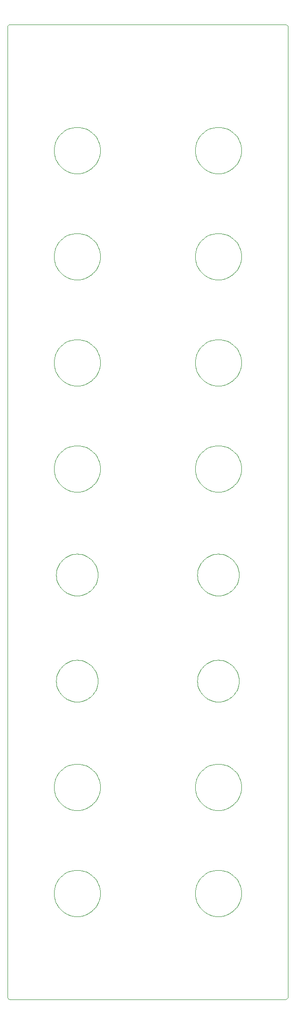
<source format=gm1>
%TF.GenerationSoftware,KiCad,Pcbnew,(6.0.6-0)*%
%TF.CreationDate,2022-09-04T11:20:12+01:00*%
%TF.ProjectId,4u-variable-integrator-panel,34752d76-6172-4696-9162-6c652d696e74,r02*%
%TF.SameCoordinates,Original*%
%TF.FileFunction,Profile,NP*%
%FSLAX46Y46*%
G04 Gerber Fmt 4.6, Leading zero omitted, Abs format (unit mm)*
G04 Created by KiCad (PCBNEW (6.0.6-0)) date 2022-09-04 11:20:12*
%MOMM*%
%LPD*%
G01*
G04 APERTURE LIST*
%TA.AperFunction,Profile*%
%ADD10C,0.100000*%
%TD*%
G04 APERTURE END LIST*
D10*
%TO.C,Ref\u002A\u002A*%
X66100228Y-155978000D02*
X66340908Y-155657000D01*
X94949938Y-181515000D02*
X94526638Y-181493000D01*
X71528438Y-181009000D02*
X71164638Y-181186000D01*
X67227938Y-66499600D02*
X66906928Y-66258900D01*
X73385538Y-61435300D02*
X73526438Y-61817200D01*
X68439938Y-142830000D02*
X68096138Y-142703000D01*
X73526438Y-176117000D02*
X73629738Y-176515000D01*
X73385538Y-83714700D02*
X73209238Y-84078400D01*
X97040438Y-117094100D02*
X97329438Y-117310800D01*
X99093338Y-81676600D02*
X99115038Y-82099900D01*
X98785538Y-102764700D02*
X98609238Y-103128400D01*
X91655338Y-118418600D02*
X91844038Y-118109400D01*
X93717038Y-47976400D02*
X93335138Y-47835500D01*
X90806538Y-62626600D02*
X90870138Y-62215000D01*
X67935138Y-104985500D02*
X67571438Y-104809200D01*
X69126638Y-105293300D02*
X68714938Y-105229700D01*
X71929438Y-117310800D02*
X72196338Y-117553500D01*
X91500238Y-179672000D02*
X91290638Y-179328000D01*
X92306938Y-155091000D02*
X92627938Y-154850000D01*
X72192938Y-104358900D02*
X71871938Y-104599600D01*
X65890648Y-103128400D02*
X65714318Y-102764700D01*
X107100138Y-21410233D02*
X107193738Y-21439551D01*
X69549938Y-105315000D02*
X69126638Y-105293300D01*
X96564638Y-173515000D02*
X96928438Y-173691000D01*
X93168638Y-135955000D02*
X93496138Y-135797000D01*
X97839038Y-117820400D02*
X98055738Y-118109400D01*
X73223138Y-119448200D02*
X73280338Y-119818800D01*
X66096628Y-137796000D02*
X66255378Y-137469000D01*
X66906928Y-47208900D02*
X66610528Y-46939300D01*
X66340908Y-103792900D02*
X66100228Y-103471900D01*
X97592938Y-161509000D02*
X97271938Y-161750000D01*
X72196338Y-136604000D02*
X72439038Y-136870000D01*
X72758938Y-174707000D02*
X72999638Y-175028000D01*
X70782738Y-59073700D02*
X71164638Y-59214600D01*
X97271938Y-78650500D02*
X97592938Y-78891100D01*
X90784838Y-177350000D02*
X90784838Y-177350000D01*
X96059838Y-142830000D02*
X95701638Y-142923000D01*
X97592938Y-40791100D02*
X97889338Y-41060800D01*
X91114338Y-45614700D02*
X90973438Y-45232800D01*
X99029738Y-159135000D02*
X98926438Y-159533000D01*
X107460338Y-196094000D02*
X107414038Y-196179000D01*
X94568838Y-123931000D02*
X94198138Y-123873000D01*
X98158938Y-46642900D02*
X97889338Y-46939300D01*
X71528438Y-59390900D02*
X71871938Y-59600500D01*
X92060738Y-122580000D02*
X91844038Y-122291000D01*
X67571438Y-85759200D02*
X67227938Y-85549600D01*
X67768638Y-123495000D02*
X67459438Y-123306000D01*
X94526638Y-162443000D02*
X94114938Y-162380000D01*
X66903528Y-136604000D02*
X67170338Y-136361000D01*
X96059838Y-123780000D02*
X95701638Y-123873000D01*
X91199938Y-120199900D02*
X91219538Y-119818800D01*
X69973238Y-154157000D02*
X70384938Y-154220000D01*
X107278638Y-196314000D02*
X107193738Y-196360000D01*
X65470098Y-176515000D02*
X65573418Y-176117000D01*
X98609238Y-99171600D02*
X98785538Y-99535300D01*
X73209238Y-42021600D02*
X73385538Y-42385300D01*
X69126638Y-86243300D02*
X68714938Y-86179700D01*
X57010171Y-21799800D02*
X57039489Y-21706177D01*
X98785538Y-99535300D02*
X98926438Y-99917200D01*
X71528438Y-66709200D02*
X71164638Y-66885500D01*
X98785538Y-64664700D02*
X98609238Y-65028400D01*
X99115038Y-101149900D02*
X99093338Y-101573200D01*
X67227938Y-173900000D02*
X67571438Y-173691000D01*
X97592938Y-78891100D02*
X97889338Y-79160800D01*
X73385538Y-99535300D02*
X73526438Y-99917200D01*
X65384848Y-63049900D02*
X65384848Y-63049900D01*
X73385538Y-42385300D02*
X73526438Y-42767200D01*
X65969758Y-119090000D02*
X66096628Y-118746100D01*
X90784838Y-101149900D02*
X90784838Y-101149900D01*
X98926438Y-42767200D02*
X99029738Y-43165000D01*
X98609238Y-80121600D02*
X98785538Y-80485300D01*
X69973238Y-162443000D02*
X69549938Y-162465000D01*
X66100228Y-84421900D02*
X65890648Y-84078400D01*
X73209238Y-84078400D02*
X72999638Y-84421900D01*
X93335138Y-59214600D02*
X93717038Y-59073700D01*
X90806538Y-158723000D02*
X90784838Y-158300000D01*
X98609238Y-61071600D02*
X98785538Y-61435300D01*
X72999638Y-60728100D02*
X73209238Y-61071600D01*
X69549938Y-58885100D02*
X69973238Y-58906800D01*
X69126638Y-77956800D02*
X69549938Y-77935100D01*
X99115038Y-63049900D02*
X99093338Y-63473200D01*
X69549938Y-154135000D02*
X69973238Y-154157000D01*
X69931038Y-123931000D02*
X69549938Y-123950000D01*
X72439038Y-136870000D02*
X72655738Y-137159000D01*
X72196338Y-122847000D02*
X71929438Y-123089000D01*
X66340908Y-160943000D02*
X66100228Y-160622000D01*
X96182738Y-173374000D02*
X96564638Y-173515000D01*
X57039489Y-196094000D02*
X57010171Y-196000000D01*
X96564638Y-47835500D02*
X96182738Y-47976400D01*
X99093338Y-100726600D02*
X99115038Y-101149900D01*
X95784938Y-39920400D02*
X96182738Y-40023700D01*
X73003238Y-121654000D02*
X72844438Y-121981000D01*
X106999838Y-21400000D02*
X107100138Y-21410233D01*
X66906928Y-180559000D02*
X66610528Y-180289000D01*
X91114338Y-102764700D02*
X90973438Y-102382800D01*
X94949938Y-162465000D02*
X94526638Y-162443000D01*
X69973238Y-39856800D02*
X70384938Y-39920400D01*
X107352738Y-21547141D02*
X107414038Y-21621266D01*
X90806538Y-82523200D02*
X90784838Y-82099900D01*
X66100228Y-46321900D02*
X65890648Y-45978400D01*
X65890648Y-80121600D02*
X66100228Y-79778100D01*
X91369738Y-121310000D02*
X91276738Y-120951800D01*
X65384848Y-177350000D02*
X65384848Y-177350000D01*
X72655738Y-118109400D02*
X72844438Y-118418600D01*
X91740938Y-65692900D02*
X91500238Y-65371900D01*
X72192938Y-161509000D02*
X71871938Y-161750000D01*
X72999638Y-46321900D02*
X72758938Y-46642900D01*
X66610528Y-155361000D02*
X66906928Y-155091000D01*
X94568838Y-116469500D02*
X94949938Y-116450000D01*
X91740938Y-41357100D02*
X92010538Y-41060800D01*
X99029738Y-44834900D02*
X98926438Y-45232800D01*
X98926438Y-64282800D02*
X98785538Y-64664700D01*
X67935138Y-181186000D02*
X67571438Y-181009000D01*
X94526638Y-67193300D02*
X94114938Y-67129700D01*
X96403738Y-116746600D02*
X96731238Y-116905400D01*
X65890648Y-160278000D02*
X65714318Y-159915000D01*
X94198138Y-135577000D02*
X94568838Y-135519000D01*
X65406518Y-82523200D02*
X65384848Y-82099900D01*
X93335138Y-104985500D02*
X92971438Y-104809200D01*
X66610528Y-60110800D02*
X66906928Y-59841100D01*
X106999838Y-196400000D02*
X57500000Y-196400000D01*
X68798138Y-116526700D02*
X69168838Y-116469500D01*
X96564638Y-85935500D02*
X96182738Y-86076400D01*
X94114938Y-78020400D02*
X94526638Y-77956800D01*
X73693338Y-101573200D02*
X73629738Y-101984900D01*
X97889338Y-155361000D02*
X98158938Y-155657000D01*
X91500238Y-65371900D02*
X91290638Y-65028400D01*
X65384848Y-82099900D02*
X65384848Y-82099900D01*
X93335138Y-66885500D02*
X92971438Y-66709200D01*
X66444078Y-141341000D02*
X66255378Y-141031000D01*
X92306938Y-104358900D02*
X92010538Y-104089300D01*
X92627938Y-78650500D02*
X92971438Y-78440900D01*
X91199938Y-120199900D02*
X91199938Y-120199900D01*
X65819488Y-139631000D02*
X65799978Y-139250000D01*
X93717038Y-105126400D02*
X93335138Y-104985500D01*
X65714318Y-83714700D02*
X65573418Y-83332800D01*
X68714938Y-162380000D02*
X68317038Y-162276000D01*
X94526638Y-105293300D02*
X94114938Y-105229700D01*
X94114938Y-154220000D02*
X94526638Y-154157000D01*
X69126638Y-162443000D02*
X68714938Y-162380000D01*
X72192938Y-66258900D02*
X71871938Y-66499600D01*
X71871938Y-104599600D02*
X71528438Y-104809200D01*
X91500238Y-79778100D02*
X91740938Y-79457100D01*
X96564638Y-66885500D02*
X96182738Y-67026400D01*
X97271938Y-180800000D02*
X96928438Y-181009000D01*
X66100228Y-179672000D02*
X65890648Y-179328000D01*
X92971438Y-104809200D02*
X92627938Y-104599600D01*
X95784938Y-86179700D02*
X95373238Y-86243300D01*
X73385538Y-45614700D02*
X73209238Y-45978400D01*
X72489338Y-85039300D02*
X72192938Y-85308900D01*
X66444078Y-118109400D02*
X66660768Y-117820400D01*
X66906928Y-104358900D02*
X66610528Y-104089300D01*
X68317038Y-40023700D02*
X68714938Y-39920400D01*
X69126638Y-97006800D02*
X69549938Y-96985100D01*
X95784938Y-181430000D02*
X95373238Y-181493000D01*
X95373238Y-162443000D02*
X94949938Y-162465000D01*
X65714318Y-178965000D02*
X65573418Y-178583000D01*
X92971438Y-173691000D02*
X93335138Y-173515000D01*
X66096628Y-118746100D02*
X66255378Y-118418600D01*
X65573418Y-176117000D02*
X65714318Y-175735000D01*
X67571438Y-40340900D02*
X67935138Y-40164600D01*
X68714938Y-39920400D02*
X69126638Y-39856800D01*
X66100228Y-103471900D02*
X65890648Y-103128400D01*
X92306938Y-97941100D02*
X92627938Y-97700500D01*
X92010538Y-155361000D02*
X92306938Y-155091000D01*
X94949938Y-173185000D02*
X95373238Y-173207000D01*
X67935138Y-78264600D02*
X68317038Y-78123700D01*
X69549938Y-173185000D02*
X69973238Y-173207000D01*
X72844438Y-141031000D02*
X72655738Y-141341000D01*
X94568838Y-142981000D02*
X94198138Y-142923000D01*
X67935138Y-47835500D02*
X67571438Y-47659200D01*
X73526438Y-80867200D02*
X73629738Y-81265000D01*
X69973238Y-58906800D02*
X70384938Y-58970400D01*
X90973438Y-64282800D02*
X90870138Y-63884900D01*
X91844038Y-141341000D02*
X91655338Y-141031000D01*
X98785538Y-80485300D02*
X98926438Y-80867200D01*
X65384848Y-177350000D02*
X65406518Y-176927000D01*
X94949938Y-58885100D02*
X95373238Y-58906800D01*
X93717038Y-154324000D02*
X94114938Y-154220000D01*
X92306938Y-78891100D02*
X92627938Y-78650500D01*
X90870138Y-178185000D02*
X90806538Y-177773000D01*
X68439938Y-116619800D02*
X68798138Y-116526700D01*
X107489638Y-21799800D02*
X107499938Y-21900062D01*
X91290638Y-61071600D02*
X91500238Y-60728100D01*
X65714318Y-102764700D02*
X65573418Y-102382800D01*
X69973238Y-77956800D02*
X70384938Y-78020400D01*
X65714318Y-159915000D02*
X65573418Y-159533000D01*
X73385538Y-80485300D02*
X73526438Y-80867200D01*
X94949938Y-123950000D02*
X94568838Y-123931000D01*
X95784938Y-97070400D02*
X96182738Y-97173700D01*
X67227938Y-154850000D02*
X67571438Y-154641000D01*
X70782738Y-40023700D02*
X71164638Y-40164600D01*
X69168838Y-142981000D02*
X68798138Y-142923000D01*
X92306938Y-40791100D02*
X92627938Y-40550500D01*
X94114938Y-181430000D02*
X93717038Y-181326000D01*
X91290638Y-80121600D02*
X91500238Y-79778100D01*
X92306938Y-174141000D02*
X92627938Y-173900000D01*
X97596338Y-141897000D02*
X97329438Y-142139000D01*
X92971438Y-85759200D02*
X92627938Y-85549600D01*
X98403238Y-121654000D02*
X98244438Y-121981000D01*
X96059838Y-116619800D02*
X96403738Y-116746600D01*
X66100228Y-160622000D02*
X65890648Y-160278000D01*
X98158938Y-41357100D02*
X98399638Y-41678100D01*
X94526638Y-86243300D02*
X94114938Y-86179700D01*
X93168638Y-142545000D02*
X92859438Y-142356000D01*
X73715038Y-63049900D02*
X73693338Y-63473200D01*
X96731238Y-123495000D02*
X96403738Y-123653000D01*
X90784838Y-158300000D02*
X90806538Y-157877000D01*
X95373238Y-77956800D02*
X95784938Y-78020400D01*
X72489338Y-104089300D02*
X72192938Y-104358900D01*
X73209238Y-156322000D02*
X73385538Y-156685000D01*
X66610528Y-41060800D02*
X66906928Y-40791100D01*
X99115038Y-158300000D02*
X99093338Y-158723000D01*
X73693338Y-62626600D02*
X73715038Y-63049900D01*
X96928438Y-181009000D02*
X96564638Y-181186000D01*
X71871938Y-173900000D02*
X72192938Y-174141000D01*
X73385538Y-175735000D02*
X73526438Y-176117000D01*
X71640438Y-142356000D02*
X71331238Y-142545000D01*
X68317038Y-47976400D02*
X67935138Y-47835500D01*
X73385538Y-178965000D02*
X73209238Y-179328000D01*
X97596338Y-122847000D02*
X97329438Y-123089000D01*
X95373238Y-58906800D02*
X95784938Y-58970400D01*
X98926438Y-99917200D02*
X99029738Y-100315000D01*
X72192938Y-97941100D02*
X72489338Y-98210800D01*
X73526438Y-159533000D02*
X73385538Y-159915000D01*
X92627938Y-154850000D02*
X92971438Y-154641000D01*
X95373238Y-48143300D02*
X94949938Y-48165000D01*
X73693338Y-177773000D02*
X73629738Y-178185000D01*
X95701638Y-135577000D02*
X96059838Y-135670000D01*
X65384848Y-43999900D02*
X65406518Y-43576600D01*
X91290638Y-65028400D02*
X91114338Y-64664700D01*
X70384938Y-86179700D02*
X69973238Y-86243300D01*
X94198138Y-142923000D02*
X93839938Y-142830000D01*
X69126638Y-58906800D02*
X69549938Y-58885100D01*
X99029738Y-100315000D02*
X99093338Y-100726600D01*
X90784838Y-82099900D02*
X90806538Y-81676600D01*
X98399638Y-46321900D02*
X98158938Y-46642900D01*
X98244438Y-137469000D02*
X98403238Y-137796000D01*
X91114338Y-178965000D02*
X90973438Y-178583000D01*
X91114338Y-64664700D02*
X90973438Y-64282800D01*
X90973438Y-157067000D02*
X91114338Y-156685000D01*
X71164638Y-66885500D02*
X70782738Y-67026400D01*
X92570338Y-142139000D02*
X92303538Y-141897000D01*
X66340908Y-41357100D02*
X66610528Y-41060800D01*
X67935138Y-66885500D02*
X67571438Y-66709200D01*
X93717038Y-67026400D02*
X93335138Y-66885500D01*
X93839938Y-142830000D02*
X93496138Y-142703000D01*
X70384938Y-105229700D02*
X69973238Y-105293300D01*
X68096138Y-123653000D02*
X67768638Y-123495000D01*
X69973238Y-105293300D02*
X69549938Y-105315000D01*
X65714318Y-175735000D02*
X65890648Y-175372000D01*
X90870138Y-100315000D02*
X90973438Y-99917200D01*
X97889338Y-161239000D02*
X97592938Y-161509000D01*
X71871938Y-47449600D02*
X71528438Y-47659200D01*
X73526438Y-99917200D02*
X73629738Y-100315000D01*
X92627938Y-85549600D02*
X92306938Y-85308900D01*
X92306938Y-85308900D02*
X92010538Y-85039300D01*
X92971438Y-66709200D02*
X92627938Y-66499600D01*
X73629738Y-44834900D02*
X73526438Y-45232800D01*
X107499938Y-21900062D02*
X107499938Y-195900000D01*
X67571438Y-173691000D02*
X67935138Y-173515000D01*
X98609238Y-156322000D02*
X98785538Y-156685000D01*
X96182738Y-181326000D02*
X95784938Y-181430000D01*
X67571438Y-47659200D02*
X67227938Y-47449600D01*
X65890648Y-65028400D02*
X65714318Y-64664700D01*
X90784838Y-43999900D02*
X90806538Y-43576600D01*
X97596338Y-117553500D02*
X97839038Y-117820400D01*
X90973438Y-80867200D02*
X91114338Y-80485300D01*
X95373238Y-154157000D02*
X95784938Y-154220000D01*
X98680338Y-120581100D02*
X98623138Y-120951800D01*
X73693338Y-157877000D02*
X73715038Y-158300000D01*
X93335138Y-162136000D02*
X92971438Y-161959000D01*
X66255378Y-118418600D02*
X66444078Y-118109400D01*
X67459438Y-142356000D02*
X67170338Y-142139000D01*
X92570338Y-117310800D02*
X92859438Y-117094100D01*
X96731238Y-116905400D02*
X97040438Y-117094100D01*
X68317038Y-173374000D02*
X68714938Y-173270000D01*
X68317038Y-162276000D02*
X67935138Y-162136000D01*
X95784938Y-78020400D02*
X96182738Y-78123700D01*
X98785538Y-178965000D02*
X98609238Y-179328000D01*
X73629738Y-157465000D02*
X73693338Y-157877000D01*
X65969758Y-121310000D02*
X65876738Y-120951800D01*
X65406518Y-43576600D02*
X65470098Y-43165000D01*
X96059838Y-135670000D02*
X96403738Y-135797000D01*
X71164638Y-154465000D02*
X71528438Y-154641000D01*
X73223138Y-138498000D02*
X73280338Y-138869000D01*
X65573418Y-83332800D02*
X65470098Y-82934900D01*
X65406518Y-63473200D02*
X65384848Y-63049900D01*
X91844038Y-137159000D02*
X92060738Y-136870000D01*
X91276738Y-140002000D02*
X91219538Y-139631000D01*
X99115038Y-82099900D02*
X99093338Y-82523200D01*
X90806538Y-43576600D02*
X90870138Y-43165000D01*
X92859438Y-117094100D02*
X93168638Y-116905400D01*
X73299838Y-139250000D02*
X73280338Y-139631000D01*
X96564638Y-97314600D02*
X96928438Y-97490900D01*
X69549938Y-77935100D02*
X69973238Y-77956800D01*
X73385538Y-156685000D02*
X73526438Y-157067000D01*
X65876738Y-120951800D02*
X65819488Y-120581100D01*
X91500238Y-160622000D02*
X91290638Y-160278000D01*
X65573418Y-157067000D02*
X65714318Y-156685000D01*
X91114338Y-61435300D02*
X91290638Y-61071600D01*
X92303538Y-136604000D02*
X92570338Y-136361000D01*
X72196338Y-117553500D02*
X72439038Y-117820400D01*
X90973438Y-42767200D02*
X91114338Y-42385300D01*
X65799978Y-120199900D02*
X65819488Y-119818800D01*
X91199938Y-139250000D02*
X91219538Y-138869000D01*
X72655738Y-122291000D02*
X72439038Y-122580000D01*
X65406518Y-101573200D02*
X65384848Y-101149900D01*
X72999638Y-179672000D02*
X72758938Y-179993000D01*
X98785538Y-175735000D02*
X98926438Y-176117000D01*
X70782738Y-78123700D02*
X71164638Y-78264600D01*
X71164638Y-59214600D02*
X71528438Y-59390900D01*
X91114338Y-42385300D02*
X91290638Y-42021600D01*
X92570338Y-123089000D02*
X92303538Y-122847000D01*
X94949938Y-86265000D02*
X94526638Y-86243300D01*
X73223138Y-140002000D02*
X73130038Y-140360000D01*
X99029738Y-101984900D02*
X98926438Y-102382800D01*
X67170338Y-136361000D02*
X67459438Y-136144000D01*
X99093338Y-176927000D02*
X99115038Y-177350000D01*
X96928438Y-161959000D02*
X96564638Y-162136000D01*
X97271938Y-40550500D02*
X97592938Y-40791100D01*
X71871938Y-85549600D02*
X71528438Y-85759200D01*
X94114938Y-105229700D02*
X93717038Y-105126400D01*
X92010538Y-79160800D02*
X92306938Y-78891100D01*
X65384848Y-101149900D02*
X65384848Y-101149900D01*
X65890648Y-179328000D02*
X65714318Y-178965000D01*
X72439038Y-141630000D02*
X72196338Y-141897000D01*
X94949938Y-154135000D02*
X95373238Y-154157000D01*
X93717038Y-59073700D02*
X94114938Y-58970400D01*
X66255378Y-137469000D02*
X66444078Y-137159000D01*
X70659838Y-123780000D02*
X70301638Y-123873000D01*
X92303538Y-141897000D02*
X92060738Y-141630000D01*
X69549938Y-67215000D02*
X69126638Y-67193300D01*
X73629738Y-82934900D02*
X73526438Y-83332800D01*
X65799978Y-139250000D02*
X65799978Y-139250000D01*
X91369738Y-138140000D02*
X91496638Y-137796000D01*
X71164638Y-97314600D02*
X71528438Y-97490900D01*
X68317038Y-154324000D02*
X68714938Y-154220000D01*
X73280338Y-120581100D02*
X73223138Y-120951800D01*
X95331038Y-135519000D02*
X95701638Y-135577000D01*
X71871938Y-59600500D02*
X72192938Y-59841100D01*
X71164638Y-162136000D02*
X70782738Y-162276000D01*
X98609238Y-84078400D02*
X98399638Y-84421900D01*
X73629738Y-178185000D02*
X73526438Y-178583000D01*
X94526638Y-154157000D02*
X94949938Y-154135000D01*
X66610528Y-161239000D02*
X66340908Y-160943000D01*
X68714938Y-86179700D02*
X68317038Y-86076400D01*
X93717038Y-40023700D02*
X94114938Y-39920400D01*
X57221204Y-196314000D02*
X57147079Y-196253000D01*
X65384848Y-158300000D02*
X65384848Y-158300000D01*
X72758938Y-160943000D02*
X72489338Y-161239000D01*
X92627938Y-97700500D02*
X92971438Y-97490900D01*
X94526638Y-181493000D02*
X94114938Y-181430000D01*
X91496638Y-137796000D02*
X91655338Y-137469000D01*
X98609238Y-179328000D02*
X98399638Y-179672000D01*
X98158938Y-60407100D02*
X98399638Y-60728100D01*
X107489638Y-196000000D02*
X107460338Y-196094000D01*
X66340908Y-98507100D02*
X66610528Y-98210800D01*
X92010538Y-174411000D02*
X92306938Y-174141000D01*
X67227938Y-161750000D02*
X66906928Y-161509000D01*
X69126638Y-181493000D02*
X68714938Y-181430000D01*
X93335138Y-154465000D02*
X93717038Y-154324000D01*
X107460338Y-21706177D02*
X107489638Y-21799800D01*
X90973438Y-102382800D02*
X90870138Y-101984900D01*
X97889338Y-104089300D02*
X97592938Y-104358900D01*
X66906928Y-78891100D02*
X67227938Y-78650500D01*
X71003738Y-135797000D02*
X71331238Y-135955000D01*
X90806538Y-157877000D02*
X90870138Y-157465000D01*
X91114338Y-156685000D02*
X91290638Y-156322000D01*
X66096628Y-121654000D02*
X65969758Y-121310000D01*
X94114938Y-173270000D02*
X94526638Y-173207000D01*
X71528438Y-40340900D02*
X71871938Y-40550500D01*
X98158938Y-174707000D02*
X98399638Y-175028000D01*
X68714938Y-173270000D02*
X69126638Y-173207000D01*
X97271938Y-97700500D02*
X97592938Y-97941100D01*
X65470098Y-63884900D02*
X65406518Y-63473200D01*
X107100138Y-196390000D02*
X106999838Y-196400000D01*
X97889338Y-174411000D02*
X98158938Y-174707000D01*
X90806538Y-100726600D02*
X90870138Y-100315000D01*
X97889338Y-79160800D02*
X98158938Y-79457100D01*
X71871938Y-66499600D02*
X71528438Y-66709200D01*
X94949938Y-105315000D02*
X94526638Y-105293300D01*
X73715038Y-101149900D02*
X73693338Y-101573200D01*
X107193738Y-196360000D02*
X107100138Y-196390000D01*
X70384938Y-173270000D02*
X70782738Y-173374000D01*
X68798138Y-135577000D02*
X69168838Y-135519000D01*
X95784938Y-105229700D02*
X95373238Y-105293300D01*
X71164638Y-47835500D02*
X70782738Y-47976400D01*
X90806538Y-63473200D02*
X90784838Y-63049900D01*
X94114938Y-48079700D02*
X93717038Y-47976400D01*
X91500238Y-175028000D02*
X91740938Y-174707000D01*
X98399638Y-155978000D02*
X98609238Y-156322000D01*
X96731238Y-142545000D02*
X96403738Y-142703000D01*
X65573418Y-99917200D02*
X65714318Y-99535300D01*
X98399638Y-98828100D02*
X98609238Y-99171600D01*
X66340908Y-79457100D02*
X66610528Y-79160800D01*
X93335138Y-78264600D02*
X93717038Y-78123700D01*
X90870138Y-176515000D02*
X90973438Y-176117000D01*
X92303538Y-122847000D02*
X92060738Y-122580000D01*
X92971438Y-181009000D02*
X92627938Y-180800000D01*
X67170338Y-142139000D02*
X66903528Y-141897000D01*
X56999938Y-21900062D02*
X57010171Y-21799800D01*
X92627938Y-59600500D02*
X92971438Y-59390900D01*
X94526638Y-58906800D02*
X94949938Y-58885100D01*
X90973438Y-176117000D02*
X91114338Y-175735000D01*
X73130038Y-138140000D02*
X73223138Y-138498000D01*
X93717038Y-86076400D02*
X93335138Y-85935500D01*
X97040438Y-136144000D02*
X97329438Y-136361000D01*
X94949938Y-116450000D02*
X95331038Y-116469500D01*
X95784938Y-173270000D02*
X96182738Y-173374000D01*
X93496138Y-135797000D02*
X93839938Y-135670000D01*
X66340908Y-174707000D02*
X66610528Y-174411000D01*
X90973438Y-178583000D02*
X90870138Y-178185000D01*
X92627938Y-66499600D02*
X92306938Y-66258900D01*
X67227938Y-104599600D02*
X66906928Y-104358900D01*
X70384938Y-181430000D02*
X69973238Y-181493000D01*
X98785538Y-42385300D02*
X98926438Y-42767200D01*
X97592938Y-85308900D02*
X97271938Y-85549600D01*
X94114938Y-39920400D02*
X94526638Y-39856800D01*
X70782738Y-181326000D02*
X70384938Y-181430000D01*
X69549938Y-162465000D02*
X69126638Y-162443000D01*
X73130038Y-121310000D02*
X73003238Y-121654000D01*
X91290638Y-45978400D02*
X91114338Y-45614700D01*
X96182738Y-78123700D02*
X96564638Y-78264600D01*
X90806538Y-81676600D02*
X90870138Y-81265000D01*
X71640438Y-117094100D02*
X71929438Y-117310800D01*
X65890648Y-99171600D02*
X66100228Y-98828100D01*
X66660768Y-117820400D02*
X66903528Y-117553500D01*
X66903528Y-117553500D02*
X67170338Y-117310800D01*
X91740938Y-79457100D02*
X92010538Y-79160800D01*
X71003738Y-123653000D02*
X70659838Y-123780000D01*
X67571438Y-161959000D02*
X67227938Y-161750000D01*
X98926438Y-80867200D02*
X99029738Y-81265000D01*
X98926438Y-157067000D02*
X99029738Y-157465000D01*
X72999638Y-155978000D02*
X73209238Y-156322000D01*
X68096138Y-116746600D02*
X68439938Y-116619800D01*
X91500238Y-41678100D02*
X91740938Y-41357100D01*
X65470098Y-62215000D02*
X65573418Y-61817200D01*
X98623138Y-138498000D02*
X98680338Y-138869000D01*
X90806538Y-176927000D02*
X90870138Y-176515000D01*
X66610528Y-98210800D02*
X66906928Y-97941100D01*
X65470098Y-100315000D02*
X65573418Y-99917200D01*
X97889338Y-180289000D02*
X97592938Y-180559000D01*
X73629738Y-101984900D02*
X73526438Y-102382800D01*
X91655338Y-121981000D02*
X91496638Y-121654000D01*
X70659838Y-142830000D02*
X70301638Y-142923000D01*
X72758938Y-98507100D02*
X72999638Y-98828100D01*
X91844038Y-122291000D02*
X91655338Y-121981000D01*
X71164638Y-181186000D02*
X70782738Y-181326000D01*
X67571438Y-66709200D02*
X67227938Y-66499600D01*
X70384938Y-78020400D02*
X70782738Y-78123700D01*
X73715038Y-177350000D02*
X73693338Y-177773000D01*
X92570338Y-136361000D02*
X92859438Y-136144000D01*
X92010538Y-104089300D02*
X91740938Y-103792900D01*
X65969758Y-138140000D02*
X66096628Y-137796000D01*
X68096138Y-142703000D02*
X67768638Y-142545000D01*
X99093338Y-43576600D02*
X99115038Y-43999900D01*
X73003238Y-118746100D02*
X73130038Y-119090000D01*
X92060738Y-117820400D02*
X92303538Y-117553500D01*
X73693338Y-82523200D02*
X73629738Y-82934900D01*
X98530038Y-119090000D02*
X98623138Y-119448200D01*
X91290638Y-42021600D02*
X91500238Y-41678100D01*
X93496138Y-123653000D02*
X93168638Y-123495000D01*
X97329438Y-136361000D02*
X97596338Y-136604000D01*
X98785538Y-159915000D02*
X98609238Y-160278000D01*
X91500238Y-103471900D02*
X91290638Y-103128400D01*
X91219538Y-119818800D02*
X91276738Y-119448200D01*
X72758938Y-103792900D02*
X72489338Y-104089300D01*
X70782738Y-162276000D02*
X70384938Y-162380000D01*
X71871938Y-40550500D02*
X72192938Y-40791100D01*
X97889338Y-65989300D02*
X97592938Y-66258900D01*
X96731238Y-135955000D02*
X97040438Y-136144000D01*
X94114938Y-58970400D02*
X94526638Y-58906800D01*
X67571438Y-181009000D02*
X67227938Y-180800000D01*
X91199938Y-139250000D02*
X91199938Y-139250000D01*
X70782738Y-47976400D02*
X70384938Y-48079700D01*
X65470098Y-81265000D02*
X65573418Y-80867200D01*
X97040438Y-123306000D02*
X96731238Y-123495000D01*
X92627938Y-161750000D02*
X92306938Y-161509000D01*
X96564638Y-181186000D02*
X96182738Y-181326000D01*
X65969758Y-140360000D02*
X65876738Y-140002000D01*
X65406518Y-177773000D02*
X65384848Y-177350000D01*
X98926438Y-176117000D02*
X99029738Y-176515000D01*
X94526638Y-39856800D02*
X94949938Y-39835100D01*
X71929438Y-123089000D02*
X71640438Y-123306000D01*
X65470098Y-43165000D02*
X65573418Y-42767200D01*
X73209238Y-99171600D02*
X73385538Y-99535300D01*
X73629738Y-159135000D02*
X73526438Y-159533000D01*
X98785538Y-83714700D02*
X98609238Y-84078400D01*
X73209238Y-61071600D02*
X73385538Y-61435300D01*
X69549938Y-135500000D02*
X69931038Y-135519000D01*
X65714318Y-64664700D02*
X65573418Y-64282800D01*
X66906928Y-85308900D02*
X66610528Y-85039300D01*
X73223138Y-120951800D02*
X73130038Y-121310000D01*
X68714938Y-48079700D02*
X68317038Y-47976400D01*
X96403738Y-135797000D02*
X96731238Y-135955000D01*
X67571438Y-97490900D02*
X67935138Y-97314600D01*
X72999638Y-65371900D02*
X72758938Y-65692900D01*
X67227938Y-78650500D02*
X67571438Y-78440900D01*
X65714318Y-156685000D02*
X65890648Y-156322000D01*
X73629738Y-176515000D02*
X73693338Y-176927000D01*
X73629738Y-43165000D02*
X73693338Y-43576600D01*
X98158938Y-103792900D02*
X97889338Y-104089300D01*
X90784838Y-63049900D02*
X90806538Y-62626600D01*
X98926438Y-45232800D02*
X98785538Y-45614700D01*
X66340908Y-65692900D02*
X66100228Y-65371900D01*
X66100228Y-98828100D02*
X66340908Y-98507100D01*
X97592938Y-104358900D02*
X97271938Y-104599600D01*
X71528438Y-173691000D02*
X71871938Y-173900000D01*
X96928438Y-97490900D02*
X97271938Y-97700500D01*
X94949938Y-77935100D02*
X95373238Y-77956800D01*
X72489338Y-180289000D02*
X72192938Y-180559000D01*
X72489338Y-174411000D02*
X72758938Y-174707000D01*
X66340908Y-46642900D02*
X66100228Y-46321900D01*
X92627938Y-104599600D02*
X92306938Y-104358900D01*
X70782738Y-86076400D02*
X70384938Y-86179700D01*
X91500238Y-98828100D02*
X91740938Y-98507100D01*
X90973438Y-61817200D02*
X91114338Y-61435300D01*
X73526438Y-61817200D02*
X73629738Y-62215000D01*
X91500238Y-84421900D02*
X91290638Y-84078400D01*
X66903528Y-141897000D02*
X66660768Y-141630000D01*
X96564638Y-78264600D02*
X96928438Y-78440900D01*
X97592938Y-47208900D02*
X97271938Y-47449600D01*
X71331238Y-116905400D02*
X71640438Y-117094100D01*
X69168838Y-116469500D02*
X69549938Y-116450000D01*
X97329438Y-117310800D02*
X97596338Y-117553500D01*
X98926438Y-83332800D02*
X98785538Y-83714700D01*
X71871938Y-78650500D02*
X72192938Y-78891100D01*
X90973438Y-99917200D02*
X91114338Y-99535300D01*
X98623138Y-120951800D02*
X98530038Y-121310000D01*
X91369738Y-140360000D02*
X91276738Y-140002000D01*
X70659838Y-135670000D02*
X71003738Y-135797000D01*
X91740938Y-60407100D02*
X92010538Y-60110800D01*
X93839938Y-116619800D02*
X94198138Y-116526700D01*
X97592938Y-155091000D02*
X97889338Y-155361000D01*
X57306115Y-21439551D02*
X57399738Y-21410233D01*
X73130038Y-119090000D02*
X73223138Y-119448200D01*
X66610528Y-46939300D02*
X66340908Y-46642900D01*
X67170338Y-117310800D02*
X67459438Y-117094100D01*
X72489338Y-60110800D02*
X72758938Y-60407100D01*
X71528438Y-85759200D02*
X71164638Y-85935500D01*
X70384938Y-48079700D02*
X69973238Y-48143300D01*
X66340908Y-84742900D02*
X66100228Y-84421900D01*
X92303538Y-117553500D02*
X92570338Y-117310800D01*
X94949938Y-143000000D02*
X94568838Y-142981000D01*
X65714318Y-61435300D02*
X65890648Y-61071600D01*
X71331238Y-142545000D02*
X71003738Y-142703000D01*
X69549938Y-48165000D02*
X69126638Y-48143300D01*
X70384938Y-97070400D02*
X70782738Y-97173700D01*
X99093338Y-62626600D02*
X99115038Y-63049900D01*
X94198138Y-116526700D02*
X94568838Y-116469500D01*
X97271938Y-66499600D02*
X96928438Y-66709200D01*
X97839038Y-122580000D02*
X97596338Y-122847000D01*
X72758938Y-155657000D02*
X72999638Y-155978000D01*
X72489338Y-79160800D02*
X72758938Y-79457100D01*
X67227938Y-40550500D02*
X67571438Y-40340900D01*
X106999838Y-21400000D02*
X106999838Y-21400000D01*
X69549938Y-123950000D02*
X69168838Y-123931000D01*
X98158938Y-179993000D02*
X97889338Y-180289000D01*
X99093338Y-44423200D02*
X99029738Y-44834900D01*
X67935138Y-85935500D02*
X67571438Y-85759200D01*
X97271938Y-161750000D02*
X96928438Y-161959000D01*
X71871938Y-154850000D02*
X72192938Y-155091000D01*
X98158938Y-84742900D02*
X97889338Y-85039300D01*
X91290638Y-175372000D02*
X91500238Y-175028000D01*
X94526638Y-173207000D02*
X94949938Y-173185000D01*
X98399638Y-103471900D02*
X98158938Y-103792900D01*
X92971438Y-47659200D02*
X92627938Y-47449600D01*
X95331038Y-116469500D02*
X95701638Y-116526700D01*
X73715038Y-82099900D02*
X73693338Y-82523200D01*
X67571438Y-59390900D02*
X67935138Y-59214600D01*
X65470098Y-101984900D02*
X65406518Y-101573200D01*
X65406518Y-100726600D02*
X65470098Y-100315000D01*
X98158938Y-65692900D02*
X97889338Y-65989300D01*
X66906928Y-66258900D02*
X66610528Y-65989300D01*
X57039489Y-21706177D02*
X57085817Y-21621266D01*
X66906928Y-161509000D02*
X66610528Y-161239000D01*
X90784838Y-43999900D02*
X90784838Y-43999900D01*
X97889338Y-46939300D02*
X97592938Y-47208900D01*
X66100228Y-60728100D02*
X66340908Y-60407100D01*
X95373238Y-86243300D02*
X94949938Y-86265000D01*
X98623138Y-140002000D02*
X98530038Y-140360000D01*
X69126638Y-67193300D02*
X68714938Y-67129700D01*
X65384848Y-43999900D02*
X65384848Y-43999900D01*
X93717038Y-181326000D02*
X93335138Y-181186000D01*
X97040438Y-142356000D02*
X96731238Y-142545000D01*
X70301638Y-116526700D02*
X70659838Y-116619800D01*
X73385538Y-102764700D02*
X73209238Y-103128400D01*
X92010538Y-41060800D02*
X92306938Y-40791100D01*
X71331238Y-123495000D02*
X71003738Y-123653000D01*
X90870138Y-101984900D02*
X90806538Y-101573200D01*
X68317038Y-86076400D02*
X67935138Y-85935500D01*
X67571438Y-154641000D02*
X67935138Y-154465000D01*
X65714318Y-45614700D02*
X65573418Y-45232800D01*
X57306115Y-196360000D02*
X57221204Y-196314000D01*
X91276738Y-119448200D02*
X91369738Y-119090000D01*
X91290638Y-99171600D02*
X91500238Y-98828100D01*
X65406518Y-157877000D02*
X65470098Y-157465000D01*
X97592938Y-174141000D02*
X97889338Y-174411000D01*
X69973238Y-67193300D02*
X69549938Y-67215000D01*
X72999638Y-175028000D02*
X73209238Y-175372000D01*
X69126638Y-48143300D02*
X68714938Y-48079700D01*
X73280338Y-139631000D02*
X73223138Y-140002000D01*
X69931038Y-142981000D02*
X69549938Y-143000000D01*
X65890648Y-45978400D02*
X65714318Y-45614700D01*
X99093338Y-82523200D02*
X99029738Y-82934900D01*
X70384938Y-39920400D02*
X70782738Y-40023700D01*
X90784838Y-63049900D02*
X90784838Y-63049900D01*
X95784938Y-58970400D02*
X96182738Y-59073700D01*
X98403238Y-140704000D02*
X98244438Y-141031000D01*
X98158938Y-155657000D02*
X98399638Y-155978000D01*
X93496138Y-116746600D02*
X93839938Y-116619800D01*
X73526438Y-157067000D02*
X73629738Y-157465000D01*
X98403238Y-137796000D02*
X98530038Y-138140000D01*
X92971438Y-97490900D02*
X93335138Y-97314600D01*
X97889338Y-85039300D02*
X97592938Y-85308900D01*
X73209238Y-65028400D02*
X72999638Y-65371900D01*
X91114338Y-80485300D02*
X91290638Y-80121600D01*
X68317038Y-105126400D02*
X67935138Y-104985500D01*
X98680338Y-119818800D02*
X98699838Y-120199900D01*
X65799978Y-120199900D02*
X65799978Y-120199900D01*
X91114338Y-83714700D02*
X90973438Y-83332800D01*
X107278638Y-21485879D02*
X107352738Y-21547141D01*
X70301638Y-123873000D02*
X69931038Y-123931000D01*
X98055738Y-118109400D02*
X98244438Y-118418600D01*
X98055738Y-137159000D02*
X98244438Y-137469000D01*
X96928438Y-154641000D02*
X97271938Y-154850000D01*
X72999638Y-98828100D02*
X73209238Y-99171600D01*
X73299838Y-120199900D02*
X73280338Y-120581100D01*
X96182738Y-162276000D02*
X95784938Y-162380000D01*
X71871938Y-97700500D02*
X72192938Y-97941100D01*
X57399738Y-21410233D02*
X57500000Y-21400000D01*
X73693338Y-44423200D02*
X73629738Y-44834900D01*
X73209238Y-160278000D02*
X72999638Y-160622000D01*
X67571438Y-104809200D02*
X67227938Y-104599600D01*
X70384938Y-58970400D02*
X70782738Y-59073700D01*
X92627938Y-40550500D02*
X92971438Y-40340900D01*
X98399638Y-84421900D02*
X98158938Y-84742900D01*
X91114338Y-99535300D02*
X91290638Y-99171600D01*
X65384848Y-63049900D02*
X65406518Y-62626600D01*
X65470098Y-44834900D02*
X65406518Y-44423200D01*
X98399638Y-179672000D02*
X98158938Y-179993000D01*
X65890648Y-84078400D02*
X65714318Y-83714700D01*
X91496638Y-140704000D02*
X91369738Y-140360000D01*
X65714318Y-99535300D02*
X65890648Y-99171600D01*
X98926438Y-61817200D02*
X99029738Y-62215000D01*
X73526438Y-45232800D02*
X73385538Y-45614700D01*
X73693338Y-63473200D02*
X73629738Y-63884900D01*
X96928438Y-173691000D02*
X97271938Y-173900000D01*
X98785538Y-61435300D02*
X98926438Y-61817200D01*
X71871938Y-180800000D02*
X71528438Y-181009000D01*
X90973438Y-83332800D02*
X90870138Y-82934900D01*
X71929438Y-136361000D02*
X72196338Y-136604000D01*
X98609238Y-65028400D02*
X98399638Y-65371900D01*
X94114938Y-86179700D02*
X93717038Y-86076400D01*
X66610528Y-104089300D02*
X66340908Y-103792900D01*
X65406518Y-44423200D02*
X65384848Y-43999900D01*
X71929438Y-142139000D02*
X71640438Y-142356000D01*
X66100228Y-175028000D02*
X66340908Y-174707000D01*
X97592938Y-59841100D02*
X97889338Y-60110800D01*
X73209238Y-179328000D02*
X72999638Y-179672000D01*
X73715038Y-43999900D02*
X73693338Y-44423200D01*
X93839938Y-123780000D02*
X93496138Y-123653000D01*
X95373238Y-39856800D02*
X95784938Y-39920400D01*
X98530038Y-121310000D02*
X98403238Y-121654000D01*
X107352738Y-196253000D02*
X107278638Y-196314000D01*
X91114338Y-159915000D02*
X90973438Y-159533000D01*
X72489338Y-161239000D02*
X72192938Y-161509000D01*
X73209238Y-45978400D02*
X72999638Y-46321900D01*
X72999638Y-160622000D02*
X72758938Y-160943000D01*
X65573418Y-64282800D02*
X65470098Y-63884900D01*
X90870138Y-81265000D02*
X90973438Y-80867200D01*
X72655738Y-137159000D02*
X72844438Y-137469000D01*
X72758938Y-60407100D02*
X72999638Y-60728100D01*
X66340908Y-179993000D02*
X66100228Y-179672000D01*
X73385538Y-64664700D02*
X73209238Y-65028400D01*
X90870138Y-159135000D02*
X90806538Y-158723000D01*
X90973438Y-159533000D02*
X90870138Y-159135000D01*
X91290638Y-179328000D02*
X91114338Y-178965000D01*
X65876738Y-140002000D02*
X65819488Y-139631000D01*
X70659838Y-116619800D02*
X71003738Y-116746600D01*
X93168638Y-123495000D02*
X92859438Y-123306000D01*
X67227938Y-47449600D02*
X66906928Y-47208900D01*
X65406518Y-62626600D02*
X65470098Y-62215000D01*
X69931038Y-135519000D02*
X70301638Y-135577000D01*
X96928438Y-59390900D02*
X97271938Y-59600500D01*
X66100228Y-65371900D02*
X65890648Y-65028400D01*
X92306938Y-59841100D02*
X92627938Y-59600500D01*
X99029738Y-62215000D02*
X99093338Y-62626600D01*
X95373238Y-181493000D02*
X94949938Y-181515000D01*
X73629738Y-63884900D02*
X73526438Y-64282800D01*
X65876738Y-138498000D02*
X65969758Y-138140000D01*
X68439938Y-135670000D02*
X68798138Y-135577000D01*
X72844438Y-121981000D02*
X72655738Y-122291000D01*
X65799978Y-139250000D02*
X65819488Y-138869000D01*
X93335138Y-85935500D02*
X92971438Y-85759200D01*
X71331238Y-135955000D02*
X71640438Y-136144000D01*
X90870138Y-43165000D02*
X90973438Y-42767200D01*
X91740938Y-103792900D02*
X91500238Y-103471900D01*
X93496138Y-142703000D02*
X93168638Y-142545000D01*
X67935138Y-173515000D02*
X68317038Y-173374000D01*
X98609238Y-103128400D02*
X98399638Y-103471900D01*
X92627938Y-47449600D02*
X92306938Y-47208900D01*
X96564638Y-154465000D02*
X96928438Y-154641000D01*
X96182738Y-59073700D02*
X96564638Y-59214600D01*
X90784838Y-158300000D02*
X90784838Y-158300000D01*
X98609238Y-42021600D02*
X98785538Y-42385300D01*
X67459438Y-123306000D02*
X67170338Y-123089000D01*
X95373238Y-173207000D02*
X95784938Y-173270000D01*
X73629738Y-100315000D02*
X73693338Y-100726600D01*
X98926438Y-159533000D02*
X98785538Y-159915000D01*
X71528438Y-97490900D02*
X71871938Y-97700500D01*
X72999638Y-41678100D02*
X73209238Y-42021600D01*
X92859438Y-136144000D02*
X93168638Y-135955000D01*
X107499938Y-195900000D02*
X107489638Y-196000000D01*
X69973238Y-48143300D02*
X69549938Y-48165000D01*
X66660768Y-141630000D02*
X66444078Y-141341000D01*
X57147079Y-196253000D02*
X57085817Y-196179000D01*
X94526638Y-48143300D02*
X94114938Y-48079700D01*
X98158938Y-79457100D02*
X98399638Y-79778100D01*
X72844438Y-118418600D02*
X73003238Y-118746100D01*
X73526438Y-42767200D02*
X73629738Y-43165000D01*
X65384848Y-158300000D02*
X65406518Y-157877000D01*
X92060738Y-136870000D02*
X92303538Y-136604000D01*
X66610528Y-180289000D02*
X66340908Y-179993000D01*
X95331038Y-123931000D02*
X94949938Y-123950000D01*
X95701638Y-123873000D02*
X95331038Y-123931000D01*
X94526638Y-97006800D02*
X94949938Y-96985100D01*
X65819488Y-138869000D02*
X65876738Y-138498000D01*
X97271938Y-47449600D02*
X96928438Y-47659200D01*
X97271938Y-59600500D02*
X97592938Y-59841100D01*
X98699838Y-120199900D02*
X98680338Y-120581100D01*
X98399638Y-175028000D02*
X98609238Y-175372000D01*
X65384848Y-82099900D02*
X65406518Y-81676600D01*
X67768638Y-116905400D02*
X68096138Y-116746600D01*
X98699838Y-139250000D02*
X98680338Y-139631000D01*
X65714318Y-80485300D02*
X65890648Y-80121600D01*
X98158938Y-98507100D02*
X98399638Y-98828100D01*
X73280338Y-119818800D02*
X73299838Y-120199900D01*
X65819488Y-119818800D02*
X65876738Y-119448200D01*
X65573418Y-42767200D02*
X65714318Y-42385300D01*
X95373238Y-105293300D02*
X94949938Y-105315000D01*
X94198138Y-123873000D02*
X93839938Y-123780000D01*
X92971438Y-78440900D02*
X93335138Y-78264600D01*
X69931038Y-116469500D02*
X70301638Y-116526700D01*
X97592938Y-180559000D02*
X97271938Y-180800000D01*
X67459438Y-136144000D02*
X67768638Y-135955000D01*
X73526438Y-102382800D02*
X73385538Y-102764700D01*
X71164638Y-104985500D02*
X70782738Y-105126400D01*
X66340908Y-155657000D02*
X66610528Y-155361000D01*
X98530038Y-138140000D02*
X98623138Y-138498000D01*
X96182738Y-67026400D02*
X95784938Y-67129700D01*
X98399638Y-41678100D02*
X98609238Y-42021600D01*
X97889338Y-41060800D02*
X98158938Y-41357100D01*
X72196338Y-141897000D02*
X71929438Y-142139000D01*
X67459438Y-117094100D02*
X67768638Y-116905400D01*
X91290638Y-156322000D02*
X91500238Y-155978000D01*
X94949938Y-96985100D02*
X95373238Y-97006800D01*
X71528438Y-154641000D02*
X71871938Y-154850000D01*
X90870138Y-44834900D02*
X90806538Y-44423200D01*
X94949938Y-39835100D02*
X95373238Y-39856800D01*
X68714938Y-58970400D02*
X69126638Y-58906800D01*
X96928438Y-78440900D02*
X97271938Y-78650500D01*
X93335138Y-40164600D02*
X93717038Y-40023700D01*
X107193738Y-21439551D02*
X107278638Y-21485879D01*
X92971438Y-59390900D02*
X93335138Y-59214600D01*
X72489338Y-65989300D02*
X72192938Y-66258900D01*
X69168838Y-135519000D02*
X69549938Y-135500000D01*
X91496638Y-121654000D02*
X91369738Y-121310000D01*
X92627938Y-173900000D02*
X92971438Y-173691000D01*
X92060738Y-141630000D02*
X91844038Y-141341000D01*
X73693338Y-43576600D02*
X73715038Y-43999900D01*
X65470098Y-159135000D02*
X65406518Y-158723000D01*
X68439938Y-123780000D02*
X68096138Y-123653000D01*
X96928438Y-66709200D02*
X96564638Y-66885500D01*
X68798138Y-123873000D02*
X68439938Y-123780000D01*
X91290638Y-84078400D02*
X91114338Y-83714700D01*
X91500238Y-46321900D02*
X91290638Y-45978400D01*
X99029738Y-82934900D02*
X98926438Y-83332800D01*
X72758938Y-46642900D02*
X72489338Y-46939300D01*
X93717038Y-97173700D02*
X94114938Y-97070400D01*
X99093338Y-63473200D02*
X99029738Y-63884900D01*
X91740938Y-174707000D02*
X92010538Y-174411000D01*
X68798138Y-142923000D02*
X68439938Y-142830000D01*
X66096628Y-140704000D02*
X65969758Y-140360000D01*
X72999638Y-103471900D02*
X72758938Y-103792900D01*
X96403738Y-142703000D02*
X96059838Y-142830000D01*
X93335138Y-97314600D02*
X93717038Y-97173700D01*
X90784838Y-82099900D02*
X90784838Y-82099900D01*
X66444078Y-122291000D02*
X66255378Y-121981000D01*
X71003738Y-116746600D02*
X71331238Y-116905400D01*
X96182738Y-47976400D02*
X95784938Y-48079700D01*
X73526438Y-83332800D02*
X73385538Y-83714700D01*
X73693338Y-158723000D02*
X73629738Y-159135000D01*
X72758938Y-179993000D02*
X72489338Y-180289000D01*
X69973238Y-173207000D02*
X70384938Y-173270000D01*
X67935138Y-59214600D02*
X68317038Y-59073700D01*
X90806538Y-101573200D02*
X90784838Y-101149900D01*
X91290638Y-160278000D02*
X91114338Y-159915000D01*
X95784938Y-154220000D02*
X96182738Y-154324000D01*
X95701638Y-142923000D02*
X95331038Y-142981000D01*
X71003738Y-142703000D02*
X70659838Y-142830000D01*
X94114938Y-162380000D02*
X93717038Y-162276000D01*
X69549938Y-143000000D02*
X69168838Y-142981000D01*
X66100228Y-41678100D02*
X66340908Y-41357100D01*
X92010538Y-180289000D02*
X91740938Y-179993000D01*
X65890648Y-156322000D02*
X66100228Y-155978000D01*
X95784938Y-67129700D02*
X95373238Y-67193300D01*
X69549938Y-181515000D02*
X69126638Y-181493000D01*
X65876738Y-119448200D02*
X65969758Y-119090000D01*
X73526438Y-178583000D02*
X73385538Y-178965000D01*
X96182738Y-97173700D02*
X96564638Y-97314600D01*
X68714938Y-78020400D02*
X69126638Y-77956800D01*
X73629738Y-81265000D02*
X73693338Y-81676600D01*
X71164638Y-85935500D02*
X70782738Y-86076400D01*
X69973238Y-97006800D02*
X70384938Y-97070400D01*
X71528438Y-47659200D02*
X71164638Y-47835500D01*
X72192938Y-155091000D02*
X72489338Y-155361000D01*
X95373238Y-67193300D02*
X94949938Y-67215000D01*
X98530038Y-140360000D02*
X98403238Y-140704000D01*
X67935138Y-97314600D02*
X68317038Y-97173700D01*
X90784838Y-177350000D02*
X90806538Y-176927000D01*
X91276738Y-120951800D02*
X91219538Y-120581100D01*
X90870138Y-82934900D02*
X90806538Y-82523200D01*
X91655338Y-137469000D02*
X91844038Y-137159000D01*
X92971438Y-154641000D02*
X93335138Y-154465000D01*
X57500000Y-196400000D02*
X57399738Y-196390000D01*
X69126638Y-39856800D02*
X69549938Y-39835100D01*
X69168838Y-123931000D02*
X68798138Y-123873000D01*
X92010538Y-65989300D02*
X91740938Y-65692900D01*
X72489338Y-98210800D02*
X72758938Y-98507100D01*
X91740938Y-160943000D02*
X91500238Y-160622000D01*
X68317038Y-78123700D02*
X68714938Y-78020400D01*
X99029738Y-176515000D02*
X99093338Y-176927000D01*
X65573418Y-178583000D02*
X65470098Y-178185000D01*
X66660768Y-136870000D02*
X66903528Y-136604000D01*
X57399738Y-196390000D02*
X57306115Y-196360000D01*
X93335138Y-181186000D02*
X92971438Y-181009000D01*
X67227938Y-97700500D02*
X67571438Y-97490900D01*
X70384938Y-154220000D02*
X70782738Y-154324000D01*
X70782738Y-67026400D02*
X70384938Y-67129700D01*
X72192938Y-85308900D02*
X71871938Y-85549600D01*
X97271938Y-104599600D02*
X96928438Y-104809200D01*
X90870138Y-63884900D02*
X90806538Y-63473200D01*
X71164638Y-173515000D02*
X71528438Y-173691000D01*
X98244438Y-141031000D02*
X98055738Y-141341000D01*
X96564638Y-59214600D02*
X96928438Y-59390900D01*
X65470098Y-157465000D02*
X65573418Y-157067000D01*
X92010538Y-161239000D02*
X91740938Y-160943000D01*
X71640438Y-123306000D02*
X71331238Y-123495000D01*
X70301638Y-142923000D02*
X69931038Y-142981000D01*
X70782738Y-97173700D02*
X71164638Y-97314600D01*
X92971438Y-161959000D02*
X92627938Y-161750000D01*
X72192938Y-59841100D02*
X72489338Y-60110800D01*
X73003238Y-137796000D02*
X73130038Y-138140000D01*
X73385538Y-159915000D02*
X73209238Y-160278000D01*
X67768638Y-142545000D02*
X67459438Y-142356000D01*
X92010538Y-60110800D02*
X92306938Y-59841100D01*
X98785538Y-45614700D02*
X98609238Y-45978400D01*
X71528438Y-104809200D02*
X71164638Y-104985500D01*
X72999638Y-84421900D02*
X72758938Y-84742900D01*
X73629738Y-62215000D02*
X73693338Y-62626600D01*
X90806538Y-177773000D02*
X90784838Y-177350000D01*
X98403238Y-118746100D02*
X98530038Y-119090000D01*
X98609238Y-45978400D02*
X98399638Y-46321900D01*
X99029738Y-178185000D02*
X98926438Y-178583000D01*
X67935138Y-154465000D02*
X68317038Y-154324000D01*
X67935138Y-40164600D02*
X68317038Y-40023700D01*
X68714938Y-154220000D02*
X69126638Y-154157000D01*
X72192938Y-78891100D02*
X72489338Y-79160800D01*
X99029738Y-63884900D02*
X98926438Y-64282800D01*
X67571438Y-78440900D02*
X67935138Y-78264600D01*
X96928438Y-85759200D02*
X96564638Y-85935500D01*
X65714318Y-42385300D02*
X65890648Y-42021600D01*
X67935138Y-162136000D02*
X67571438Y-161959000D01*
X73715038Y-158300000D02*
X73693338Y-158723000D01*
X98680338Y-138869000D02*
X98699838Y-139250000D01*
X98785538Y-156685000D02*
X98926438Y-157067000D01*
X66255378Y-121981000D02*
X66096628Y-121654000D01*
X71640438Y-136144000D02*
X71929438Y-136361000D01*
X97596338Y-136604000D02*
X97839038Y-136870000D01*
X91290638Y-103128400D02*
X91114338Y-102764700D01*
X91740938Y-84742900D02*
X91500238Y-84421900D01*
X66444078Y-137159000D02*
X66660768Y-136870000D01*
X97592938Y-97941100D02*
X97889338Y-98210800D01*
X57085817Y-21621266D02*
X57147079Y-21547141D01*
X69973238Y-181493000D02*
X69549938Y-181515000D01*
X98609238Y-175372000D02*
X98785538Y-175735000D01*
X90870138Y-157465000D02*
X90973438Y-157067000D01*
X66906928Y-174141000D02*
X67227938Y-173900000D01*
X72192938Y-40791100D02*
X72489338Y-41060800D01*
X69126638Y-173207000D02*
X69549938Y-173185000D01*
X65384848Y-101149900D02*
X65406518Y-100726600D01*
X95331038Y-142981000D02*
X94949938Y-143000000D01*
X68714938Y-97070400D02*
X69126638Y-97006800D01*
X73209238Y-175372000D02*
X73385538Y-175735000D01*
X70301638Y-135577000D02*
X70659838Y-135670000D01*
X65573418Y-45232800D02*
X65470098Y-44834900D01*
X95784938Y-162380000D02*
X95373238Y-162443000D01*
X73003238Y-140704000D02*
X72844438Y-141031000D01*
X72655738Y-141341000D02*
X72439038Y-141630000D01*
X66255378Y-141031000D02*
X66096628Y-140704000D01*
X91740938Y-98507100D02*
X92010538Y-98210800D01*
X97839038Y-141630000D02*
X97596338Y-141897000D01*
X70782738Y-154324000D02*
X71164638Y-154465000D01*
X91276738Y-138498000D02*
X91369738Y-138140000D01*
X99115038Y-43999900D02*
X99093338Y-44423200D01*
X65890648Y-42021600D02*
X66100228Y-41678100D01*
X65406518Y-176927000D02*
X65470098Y-176515000D01*
X97592938Y-66258900D02*
X97271938Y-66499600D01*
X99093338Y-177773000D02*
X99029738Y-178185000D01*
X91369738Y-119090000D02*
X91496638Y-118746100D01*
X95701638Y-116526700D02*
X96059838Y-116619800D01*
X98623138Y-119448200D02*
X98680338Y-119818800D01*
X90806538Y-44423200D02*
X90784838Y-43999900D01*
X66340908Y-60407100D02*
X66610528Y-60110800D01*
X68317038Y-181326000D02*
X67935138Y-181186000D01*
X97329438Y-123089000D02*
X97040438Y-123306000D01*
X66610528Y-174411000D02*
X66906928Y-174141000D01*
X66660768Y-122580000D02*
X66444078Y-122291000D01*
X94568838Y-135519000D02*
X94949938Y-135500000D01*
X72439038Y-117820400D02*
X72655738Y-118109400D01*
X68317038Y-59073700D02*
X68714938Y-58970400D01*
X69549938Y-39835100D02*
X69973238Y-39856800D01*
X73209238Y-103128400D02*
X72999638Y-103471900D01*
X96182738Y-105126400D02*
X95784938Y-105229700D01*
X98680338Y-139631000D02*
X98623138Y-140002000D01*
X68714938Y-67129700D02*
X68317038Y-67026400D01*
X98399638Y-65371900D02*
X98158938Y-65692900D01*
X98244438Y-121981000D02*
X98055738Y-122291000D01*
X93839938Y-135670000D02*
X94198138Y-135577000D01*
X72489338Y-41060800D02*
X72758938Y-41357100D01*
X91114338Y-175735000D02*
X91290638Y-175372000D01*
X72999638Y-79778100D02*
X73209238Y-80121600D01*
X72192938Y-174141000D02*
X72489338Y-174411000D01*
X65890648Y-175372000D02*
X66100228Y-175028000D01*
X66906928Y-40791100D02*
X67227938Y-40550500D01*
X67227938Y-180800000D02*
X66906928Y-180559000D01*
X69549938Y-96985100D02*
X69973238Y-97006800D01*
X98399638Y-79778100D02*
X98609238Y-80121600D01*
X98926438Y-178583000D02*
X98785538Y-178965000D01*
X69549938Y-116450000D02*
X69931038Y-116469500D01*
X91844038Y-118109400D02*
X92060738Y-117820400D01*
X69126638Y-154157000D02*
X69549938Y-154135000D01*
X73209238Y-80121600D02*
X73385538Y-80485300D01*
X66610528Y-79160800D02*
X66906928Y-78891100D01*
X91500238Y-155978000D02*
X91740938Y-155657000D01*
X92971438Y-40340900D02*
X93335138Y-40164600D01*
X93717038Y-162276000D02*
X93335138Y-162136000D01*
X72758938Y-84742900D02*
X72489338Y-85039300D01*
X65406518Y-81676600D02*
X65470098Y-81265000D01*
X91740938Y-46642900D02*
X91500238Y-46321900D01*
X73693338Y-81676600D02*
X73715038Y-82099900D01*
X96403738Y-123653000D02*
X96059838Y-123780000D01*
X66610528Y-65989300D02*
X66340908Y-65692900D01*
X98926438Y-102382800D02*
X98785538Y-102764700D01*
X99093338Y-157877000D02*
X99115038Y-158300000D01*
X67768638Y-135955000D02*
X68096138Y-135797000D01*
X65573418Y-159533000D02*
X65470098Y-159135000D01*
X98055738Y-141341000D02*
X97839038Y-141630000D01*
X99093338Y-101573200D02*
X99029738Y-101984900D01*
X66903528Y-122847000D02*
X66660768Y-122580000D01*
X90973438Y-45232800D02*
X90870138Y-44834900D01*
X92010538Y-46939300D02*
X91740938Y-46642900D01*
X65573418Y-102382800D02*
X65470098Y-101984900D01*
X72758938Y-65692900D02*
X72489338Y-65989300D01*
X57500000Y-21400000D02*
X106999838Y-21400000D01*
X91740938Y-179993000D02*
X91500238Y-179672000D01*
X97329438Y-142139000D02*
X97040438Y-142356000D01*
X99115038Y-177350000D02*
X99093338Y-177773000D01*
X66906928Y-155091000D02*
X67227938Y-154850000D01*
X57010171Y-196000000D02*
X56999938Y-195900000D01*
X73280338Y-138869000D02*
X73299838Y-139250000D01*
X70384938Y-67129700D02*
X69973238Y-67193300D01*
X93168638Y-116905400D02*
X93496138Y-116746600D01*
X68317038Y-67026400D02*
X67935138Y-66885500D01*
X107414038Y-21621266D02*
X107460338Y-21706177D01*
X96928438Y-40340900D02*
X97271938Y-40550500D01*
X71164638Y-40164600D02*
X71528438Y-40340900D01*
X72758938Y-41357100D02*
X72999638Y-41678100D01*
X92306938Y-66258900D02*
X92010538Y-65989300D01*
X57147079Y-21547141D02*
X57221204Y-21485879D01*
X94949938Y-67215000D02*
X94526638Y-67193300D01*
X99093338Y-158723000D02*
X99029738Y-159135000D01*
X98609238Y-160278000D02*
X98399638Y-160622000D01*
X90784838Y-101149900D02*
X90806538Y-100726600D01*
X99029738Y-81265000D02*
X99093338Y-81676600D01*
X68714938Y-105229700D02*
X68317038Y-105126400D01*
X65406518Y-158723000D02*
X65384848Y-158300000D01*
X72192938Y-180559000D02*
X71871938Y-180800000D01*
X92627938Y-180800000D02*
X92306938Y-180559000D01*
X94949938Y-135500000D02*
X95331038Y-135519000D01*
X93717038Y-78123700D02*
X94114938Y-78020400D01*
X93335138Y-47835500D02*
X92971438Y-47659200D01*
X96928438Y-104809200D02*
X96564638Y-104985500D01*
X90870138Y-62215000D02*
X90973438Y-61817200D01*
X71164638Y-78264600D02*
X71528438Y-78440900D01*
X66100228Y-79778100D02*
X66340908Y-79457100D01*
X65819488Y-120581100D02*
X65799978Y-120199900D01*
X97889338Y-60110800D02*
X98158938Y-60407100D01*
X91219538Y-139631000D02*
X91199938Y-139250000D01*
X72192938Y-47208900D02*
X71871938Y-47449600D01*
X72489338Y-155361000D02*
X72758938Y-155657000D01*
X91219538Y-120581100D02*
X91199938Y-120199900D01*
X92306938Y-47208900D02*
X92010538Y-46939300D01*
X65573418Y-80867200D02*
X65714318Y-80485300D01*
X70782738Y-105126400D02*
X70384938Y-105229700D01*
X91500238Y-60728100D02*
X91740938Y-60407100D01*
X70782738Y-173374000D02*
X71164638Y-173515000D01*
X57221204Y-21485879D02*
X57306115Y-21439551D01*
X73693338Y-176927000D02*
X73715038Y-177350000D01*
X94114938Y-67129700D02*
X93717038Y-67026400D01*
X92306938Y-180559000D02*
X92010538Y-180289000D01*
X91740938Y-155657000D02*
X92010538Y-155361000D01*
X94114938Y-97070400D02*
X94526638Y-97006800D01*
X68096138Y-135797000D02*
X68439938Y-135670000D01*
X73693338Y-100726600D02*
X73715038Y-101149900D01*
X96928438Y-47659200D02*
X96564638Y-47835500D01*
X65470098Y-178185000D02*
X65406518Y-177773000D01*
X99029738Y-43165000D02*
X99093338Y-43576600D01*
X94526638Y-77956800D02*
X94949938Y-77935100D01*
X65573418Y-61817200D02*
X65714318Y-61435300D01*
X67227938Y-59600500D02*
X67571438Y-59390900D01*
X91655338Y-141031000D02*
X91496638Y-140704000D01*
X66906928Y-59841100D02*
X67227938Y-59600500D01*
X97839038Y-136870000D02*
X98055738Y-137159000D01*
X66906928Y-97941100D02*
X67227938Y-97700500D01*
X66610528Y-85039300D02*
X66340908Y-84742900D01*
X96564638Y-40164600D02*
X96928438Y-40340900D01*
X71528438Y-161959000D02*
X71164638Y-162136000D01*
X56999938Y-195900000D02*
X56999938Y-21900062D01*
X69549938Y-86265000D02*
X69126638Y-86243300D01*
X94949938Y-48165000D02*
X94526638Y-48143300D01*
X93335138Y-173515000D02*
X93717038Y-173374000D01*
X95373238Y-97006800D02*
X95784938Y-97070400D01*
X95784938Y-48079700D02*
X95373238Y-48143300D01*
X96182738Y-154324000D02*
X96564638Y-154465000D01*
X92306938Y-161509000D02*
X92010538Y-161239000D01*
X67227938Y-85549600D02*
X66906928Y-85308900D01*
X92010538Y-85039300D02*
X91740938Y-84742900D01*
X73526438Y-64282800D02*
X73385538Y-64664700D01*
X98399638Y-60728100D02*
X98609238Y-61071600D01*
X57085817Y-196179000D02*
X57039489Y-196094000D01*
X92010538Y-98210800D02*
X92306938Y-97941100D01*
X70384938Y-162380000D02*
X69973238Y-162443000D01*
X71528438Y-78440900D02*
X71871938Y-78650500D01*
X107414038Y-196179000D02*
X107352738Y-196253000D01*
X92859438Y-123306000D02*
X92570338Y-123089000D01*
X69973238Y-86243300D02*
X69549938Y-86265000D01*
X96564638Y-104985500D02*
X96182738Y-105126400D01*
X97271938Y-85549600D02*
X96928438Y-85759200D01*
X96564638Y-162136000D02*
X96182738Y-162276000D01*
X99029738Y-157465000D02*
X99093338Y-157877000D01*
X98244438Y-118418600D02*
X98403238Y-118746100D01*
X96182738Y-86076400D02*
X95784938Y-86179700D01*
X96182738Y-40023700D02*
X96564638Y-40164600D01*
X73130038Y-140360000D02*
X73003238Y-140704000D01*
X72439038Y-122580000D02*
X72196338Y-122847000D01*
X92859438Y-142356000D02*
X92570338Y-142139000D01*
X68714938Y-181430000D02*
X68317038Y-181326000D01*
X91219538Y-138869000D02*
X91276738Y-138498000D01*
X65890648Y-61071600D02*
X66100228Y-60728100D01*
X91496638Y-118746100D02*
X91655338Y-118418600D01*
X97889338Y-98210800D02*
X98158938Y-98507100D01*
X67170338Y-123089000D02*
X66903528Y-122847000D01*
X65470098Y-82934900D02*
X65406518Y-82523200D01*
X97271938Y-154850000D02*
X97592938Y-155091000D01*
X71871938Y-161750000D02*
X71528438Y-161959000D01*
X98399638Y-160622000D02*
X98158938Y-160943000D01*
X98055738Y-122291000D02*
X97839038Y-122580000D01*
X98158938Y-160943000D02*
X97889338Y-161239000D01*
X72489338Y-46939300D02*
X72192938Y-47208900D01*
X72758938Y-79457100D02*
X72999638Y-79778100D01*
X68317038Y-97173700D02*
X68714938Y-97070400D01*
X72844438Y-137469000D02*
X73003238Y-137796000D01*
X93717038Y-173374000D02*
X94114938Y-173270000D01*
X97271938Y-173900000D02*
X97592938Y-174141000D01*
%TD*%
M02*

</source>
